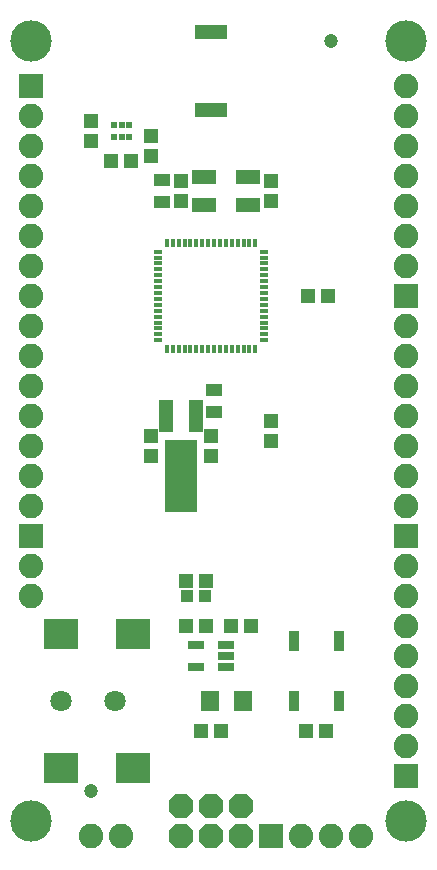
<source format=gts>
G75*
G70*
%OFA0B0*%
%FSLAX24Y24*%
%IPPOS*%
%LPD*%
%AMOC8*
5,1,8,0,0,1.08239X$1,22.5*
%
%ADD10R,0.0178X0.0316*%
%ADD11R,0.0316X0.0178*%
%ADD12C,0.0710*%
%ADD13R,0.1182X0.1025*%
%ADD14C,0.0820*%
%ADD15R,0.0631X0.0710*%
%ADD16R,0.0513X0.0474*%
%ADD17R,0.0552X0.0297*%
%ADD18R,0.0474X0.0513*%
%ADD19R,0.0552X0.0395*%
%ADD20R,0.0828X0.0513*%
%ADD21R,0.0474X0.1064*%
%ADD22R,0.1064X0.2442*%
%ADD23R,0.0186X0.0237*%
%ADD24R,0.1080X0.0480*%
%ADD25R,0.0380X0.0680*%
%ADD26OC8,0.0820*%
%ADD27R,0.0820X0.0820*%
%ADD28C,0.0474*%
%ADD29C,0.1380*%
%ADD30R,0.0395X0.0395*%
D10*
X006021Y017751D03*
X006218Y017751D03*
X006415Y017751D03*
X006612Y017751D03*
X006809Y017751D03*
X007006Y017751D03*
X007203Y017751D03*
X007399Y017751D03*
X007596Y017751D03*
X007793Y017751D03*
X007990Y017751D03*
X008187Y017751D03*
X008384Y017751D03*
X008580Y017751D03*
X008777Y017751D03*
X008974Y017751D03*
X008974Y021294D03*
X008777Y021294D03*
X008580Y021294D03*
X008384Y021294D03*
X008187Y021294D03*
X007990Y021294D03*
X007793Y021294D03*
X007596Y021294D03*
X007399Y021294D03*
X007203Y021294D03*
X007006Y021294D03*
X006809Y021294D03*
X006612Y021294D03*
X006415Y021294D03*
X006218Y021294D03*
X006021Y021294D03*
D11*
X005726Y020999D03*
X005726Y020802D03*
X005726Y020605D03*
X005726Y020408D03*
X005726Y020211D03*
X005726Y020014D03*
X005726Y019817D03*
X005726Y019621D03*
X005726Y019424D03*
X005726Y019227D03*
X005726Y019030D03*
X005726Y018833D03*
X005726Y018636D03*
X005726Y018440D03*
X005726Y018243D03*
X005726Y018046D03*
X009269Y018046D03*
X009269Y018243D03*
X009269Y018440D03*
X009269Y018636D03*
X009269Y018833D03*
X009269Y019030D03*
X009269Y019227D03*
X009269Y019424D03*
X009269Y019621D03*
X009269Y019817D03*
X009269Y020014D03*
X009269Y020211D03*
X009269Y020408D03*
X009269Y020605D03*
X009269Y020802D03*
X009269Y020999D03*
D12*
X004298Y006022D03*
X002498Y006022D03*
D13*
X002498Y003778D03*
X004899Y003778D03*
X004899Y008266D03*
X002498Y008266D03*
D14*
X001498Y009522D03*
X001498Y010522D03*
X001498Y012522D03*
X001498Y013522D03*
X001498Y014522D03*
X001498Y015522D03*
X001498Y016522D03*
X001498Y017522D03*
X001498Y018522D03*
X001498Y019522D03*
X001498Y020522D03*
X001498Y021522D03*
X001498Y022522D03*
X001498Y023522D03*
X001498Y024522D03*
X001498Y025522D03*
X013998Y025522D03*
X013998Y026522D03*
X013998Y024522D03*
X013998Y023522D03*
X013998Y022522D03*
X013998Y021522D03*
X013998Y020522D03*
X013998Y018522D03*
X013998Y017522D03*
X013998Y016522D03*
X013998Y015522D03*
X013998Y014522D03*
X013998Y013522D03*
X013998Y012522D03*
X013998Y010522D03*
X013998Y009522D03*
X013998Y008522D03*
X013998Y007522D03*
X013998Y006522D03*
X013998Y005522D03*
X013998Y004522D03*
X012498Y001522D03*
X011498Y001522D03*
X010498Y001522D03*
X004498Y001522D03*
X003498Y001522D03*
D15*
X007447Y006022D03*
X008549Y006022D03*
D16*
X007832Y005022D03*
X007163Y005022D03*
X007332Y008522D03*
X006663Y008522D03*
X006663Y010022D03*
X007332Y010022D03*
X008163Y008522D03*
X008832Y008522D03*
X010663Y005022D03*
X011332Y005022D03*
X011382Y019522D03*
X010713Y019522D03*
X004832Y024022D03*
X004163Y024022D03*
D17*
X006986Y007896D03*
X006986Y007148D03*
X008010Y007148D03*
X008010Y007522D03*
X008010Y007896D03*
D18*
X007498Y014188D03*
X007498Y014857D03*
X005498Y014857D03*
X005498Y014188D03*
X009498Y014688D03*
X009498Y015357D03*
X009498Y022688D03*
X009498Y023357D03*
X006498Y023357D03*
X006498Y022688D03*
X005498Y024188D03*
X005498Y024857D03*
X003498Y024688D03*
X003498Y025357D03*
D19*
X005848Y023377D03*
X005848Y022668D03*
X007598Y016377D03*
X007598Y015668D03*
D20*
X007269Y022569D03*
X007269Y023475D03*
X008726Y023475D03*
X008726Y022569D03*
D21*
X006998Y015522D03*
X005998Y015522D03*
D22*
X006498Y013522D03*
D23*
X004773Y024825D03*
X004517Y024825D03*
X004262Y024825D03*
X004262Y025219D03*
X004517Y025219D03*
X004773Y025219D03*
D24*
X007498Y025722D03*
X007498Y028322D03*
D25*
X010248Y008022D03*
X010248Y006022D03*
X011748Y006022D03*
X011748Y008022D03*
D26*
X008498Y002522D03*
X008498Y001522D03*
X007498Y001522D03*
X007498Y002522D03*
X006498Y002522D03*
X006498Y001522D03*
D27*
X009498Y001522D03*
X013998Y003522D03*
X013998Y011522D03*
X013998Y019522D03*
X001498Y026522D03*
X001498Y011522D03*
D28*
X003498Y003022D03*
X011498Y028022D03*
D29*
X001498Y002022D03*
X013998Y002022D03*
X013998Y028022D03*
X001498Y028022D03*
D30*
X006703Y009522D03*
X007293Y009522D03*
M02*

</source>
